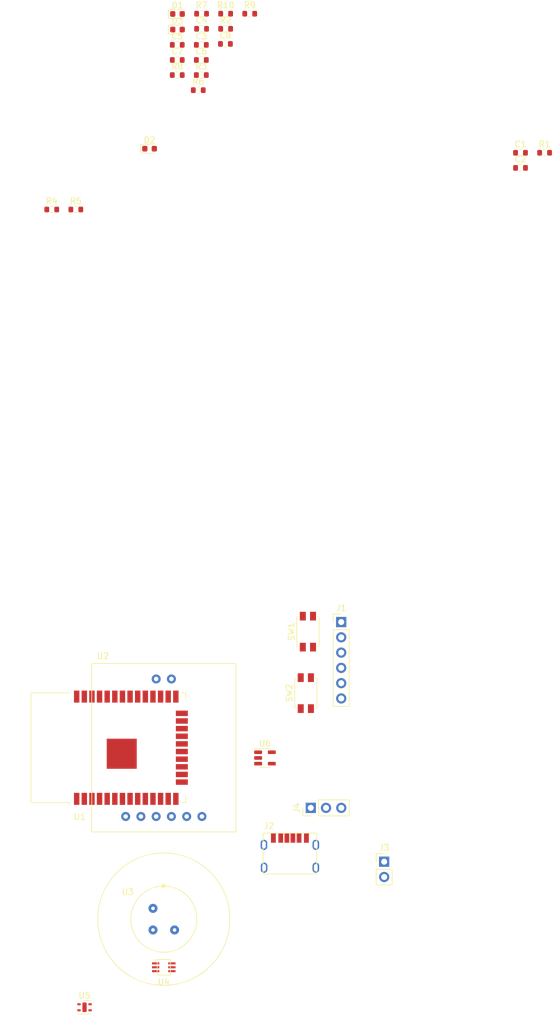
<source format=kicad_pcb>
(kicad_pcb (version 20211014) (generator pcbnew)
  (layers (0 "F.Cu" signal) (31 "B.Cu" signal) (34 "B.Paste" user) (35 "F.Paste" user) (36 "B.SilkS" user "B.Silkscreen") (37 "F.SilkS" user "F.Silkscreen") (38 "B.Mask" user) (39 "F.Mask" user) (44 "Edge.Cuts" user))
  (net 0 "")
  (net 1 "+3.3V")
  (net 2 "GND")
  (net 3 "Net-(C3-Pad1)")
  (net 4 "Net-(C6-Pad1)")
  (net 5 "+5V")
  (net 6 "Net-(D1-Pad2)")
  (net 7 "Net-(D2-Pad2)")
  (net 8 "Net-(D3-Pad2)")
  (net 10 "Net-(J1-Pad4)")
  (net 11 "Net-(J1-Pad5)")
  (net 13 "MOTION")
  (net 14 "SDA")
  (net 15 "SCL")
  (net 16 "Net-(J2-PadB5)")
  (net 17 "LED_BUILTIN")
  (net 18 "Net-(J2-PadA5)")
  (net 46 "RADAR_TX")
  (net 47 "RADAR_RX")
  (net 49 "PRESENCE")
  (net 55 "Net-(J2-PadA9)")
  (net 57 "Net-(J4-Pad3)")
  (footprint "My Footprints:ODFN-6" (layer "F.Cu") (at 151.5 112)
    (fp_text reference "U4" (at 0 2.45 unlocked) (layer "F.SilkS"))
    (fp_text value "TSL2591")
    (fp_rect (start -1.1 -1.3) (end 1.1 1.3) (layer "F.SilkS") (width 0.12) (fill none))
    (fp_circle (center -1.5 -1.2) (end -1.4 -1.2) (layer "F.SilkS") (width 0.12) (fill solid))
    (pad "1" smd roundrect (at -1.35 -0.65) (size 1.2 0.35) (layers "F.Cu" "F.Paste" "F.Mask") (roundrect_rratio 0) (chamfer_ratio 0.2) (chamfer top_left) (net 15 "SCL"))
    (pad "2" smd rect (at -1.35 0) (size 1.2 0.35) (layers "F.Cu" "F.Paste" "F.Mask"))
    (pad "3" smd rect (at -1.35 0.65) (size 1.2 0.35) (layers "F.Cu" "F.Paste" "F.Mask") (net 2 "GND"))
    (pad "4" smd rect (at 1.35 0.65) (size 1.2 0.35) (layers "F.Cu" "F.Paste" "F.Mask"))
    (pad "5" smd rect (at 1.35 0) (size 1.2 0.35) (layers "F.Cu" "F.Paste" "F.Mask") (net 1 "+3.3V"))
    (pad "6" smd rect (at 1.35 -0.65) (size 1.2 0.35) (layers "F.Cu" "F.Paste" "F.Mask") (net 14 "SDA"))
  )
  (footprint "Resistor_SMD:R_0603_1608Metric" (layer "F.Cu") (at 136.85 -13.97)
    (fp_text reference "R5" (at 0 -1.43) (layer "F.SilkS"))
    (fp_text value "2k2")
    (fp_line (start -0.237258 0.5225) (end 0.237258 0.5225) (layer "F.SilkS") (width 0.12))
    (fp_line (start -0.237258 -0.5225) (end 0.237258 -0.5225) (layer "F.SilkS") (width 0.12))
    (pad "1" smd roundrect (at -0.825 0) (size 0.8 0.95) (layers "F.Cu" "F.Paste" "F.Mask") (net 1 "+3.3V"))
    (pad "2" smd roundrect (at 0.825 0) (size 0.8 0.95) (layers "F.Cu" "F.Paste" "F.Mask") (net 14 "SDA"))
  )
  (footprint "Resistor_SMD:R_0603_1608Metric" (layer "F.Cu") (at 210.9 -20.89)
    (fp_text reference "C2" (at 0 -1.43) (layer "F.SilkS"))
    (fp_text value "1u")
    (fp_line (start -0.237258 0.5225) (end 0.237258 0.5225) (layer "F.SilkS") (width 0.12))
    (fp_line (start -0.237258 -0.5225) (end 0.237258 -0.5225) (layer "F.SilkS") (width 0.12))
    (pad "1" smd roundrect (at -0.825 0) (size 0.8 0.95) (layers "F.Cu" "F.Paste" "F.Mask") (net 1 "+3.3V"))
    (pad "2" smd roundrect (at 0.825 0) (size 0.8 0.95) (layers "F.Cu" "F.Paste" "F.Mask") (net 2 "GND"))
  )
  (footprint "My Footprints:SEN0395" (layer "F.Cu") (at 151.5 75.5)
    (fp_text reference "U2" (at -10.16 -15.24 unlocked) (layer "F.SilkS"))
    (fp_text value "SEN0395")
    (fp_rect (start -12 -14) (end 12 14) (layer "F.SilkS") (width 0.12) (fill none))
    (pad "1" thru_hole circle (at -6.35 11.43) (size 1.5 1.5) (drill 0.75) (layers *.Cu *.Mask) (net 46 "RADAR_TX"))
    (pad "2" thru_hole circle (at -3.81 11.43) (size 1.5 1.5) (drill 0.75) (layers *.Cu *.Mask) (net 47 "RADAR_RX"))
    (pad "3" thru_hole circle (at -1.27 11.43) (size 1.5 1.5) (drill 0.75) (layers *.Cu *.Mask))
    (pad "4" thru_hole circle (at 1.27 11.43) (size 1.5 1.5) (drill 0.75) (layers *.Cu *.Mask) (net 49 "PRESENCE"))
    (pad "5" thru_hole circle (at 3.81 11.43) (size 1.5 1.5) (drill 0.75) (layers *.Cu *.Mask) (net 2 "GND"))
    (pad "6" thru_hole circle (at 6.35 11.43) (size 1.5 1.5) (drill 0.75) (layers *.Cu *.Mask) (net 5 "+5V"))
    (pad "7" thru_hole circle (at 1.27 -11.43) (size 1.5 1.5) (drill 0.75) (layers *.Cu *.Mask))
    (pad "8" thru_hole circle (at -1.27 -11.43) (size 1.5 1.5) (drill 0.75) (layers *.Cu *.Mask))
  )
  (footprint "Connector_PinHeader_2.54mm:PinHeader_1x03_P2.54mm_Vertical" (layer "F.Cu") (at 175.975 85.5 90)
    (fp_text reference "J4" (at 0 -2.33 90) (layer "F.SilkS"))
    (fp_text value "Conn_01x03")
    (fp_line (start -1.33 0) (end -1.33 -1.33) (layer "F.SilkS") (width 0.12))
    (fp_line (start -1.33 1.27) (end 1.33 1.27) (layer "F.SilkS") (width 0.12))
    (fp_line (start -1.33 1.27) (end -1.33 6.41) (layer "F.SilkS") (width 0.12))
    (fp_line (start -1.33 -1.33) (end 0 -1.33) (layer "F.SilkS") (width 0.12))
    (fp_line (start 1.33 1.27) (end 1.33 6.41) (layer "F.SilkS") (width 0.12))
    (fp_line (start -1.33 6.41) (end 1.33 6.41) (layer "F.SilkS") (width 0.12))
    (pad "1" thru_hole rect (at 0 0 90) (size 1.7 1.7) (drill 1) (layers *.Cu *.Mask) (net 55 "Net-(J2-PadA9)"))
    (pad "2" thru_hole oval (at 0 2.54 90) (size 1.7 1.7) (drill 1) (layers *.Cu *.Mask) (net 5 "+5V"))
    (pad "3" thru_hole oval (at 0 5.08 90) (size 1.7 1.7) (drill 1) (layers *.Cu *.Mask) (net 57 "Net-(J4-Pad3)"))
  )
  (footprint "Button_Switch_SMD:SW_SPST_EVQP2" (layer "F.Cu") (at 175.5 56.2 90)
    (fp_text reference "SW1" (at 0 -2.75 90) (layer "F.SilkS"))
    (fp_text value "SW_Push")
    (fp_line (start -2.46 -1.86) (end -2.46 -1.61) (layer "F.SilkS") (width 0.12))
    (fp_line (start -2.46 1.61) (end -2.46 1.86) (layer "F.SilkS") (width 0.12))
    (fp_line (start 2.46 -1.86) (end 2.46 -1.61) (layer "F.SilkS") (width 0.12))
    (fp_line (start 2.46 -1.86) (end -2.46 -1.86) (layer "F.SilkS") (width 0.12))
    (fp_line (start -2.46 1.86) (end 2.46 1.86) (layer "F.SilkS") (width 0.12))
    (fp_line (start 2.46 1.61) (end 2.46 1.86) (layer "F.SilkS") (width 0.12))
    (pad "1" smd rect (at -2.575 -0.85 90) (size 1.45 1) (layers "F.Cu" "F.Paste" "F.Mask") (net 3 "Net-(C3-Pad1)"))
    (pad "1" smd rect (at 2.575 -0.85 90) (size 1.45 1) (layers "F.Cu" "F.Paste" "F.Mask") (net 3 "Net-(C3-Pad1)"))
    (pad "2" smd rect (at 2.575 0.85 90) (size 1.45 1) (layers "F.Cu" "F.Paste" "F.Mask") (net 2 "GND"))
    (pad "2" smd rect (at -2.575 0.85 90) (size 1.45 1) (layers "F.Cu" "F.Paste" "F.Mask") (net 2 "GND"))
  )
  (footprint "Resistor_SMD:R_0603_1608Metric" (layer "F.Cu") (at 161.8 -44.01)
    (fp_text reference "R2" (at 0 -1.43) (layer "F.SilkS"))
    (fp_text value "10k")
    (fp_line (start -0.237258 0.5225) (end 0.237258 0.5225) (layer "F.SilkS") (width 0.12))
    (fp_line (start -0.237258 -0.5225) (end 0.237258 -0.5225) (layer "F.SilkS") (width 0.12))
    (pad "1" smd roundrect (at -0.825 0) (size 0.8 0.95) (layers "F.Cu" "F.Paste" "F.Mask") (net 1 "+3.3V"))
    (pad "2" smd roundrect (at 0.825 0) (size 0.8 0.95) (layers "F.Cu" "F.Paste" "F.Mask") (net 6 "Net-(D1-Pad2)"))
  )
  (footprint "Resistor_SMD:R_0603_1608Metric" (layer "F.Cu") (at 210.9 -23.4)
    (fp_text reference "C1" (at 0 -1.43) (layer "F.SilkS"))
    (fp_text value "1u")
    (fp_line (start -0.237258 0.5225) (end 0.237258 0.5225) (layer "F.SilkS") (width 0.12))
    (fp_line (start -0.237258 -0.5225) (end 0.237258 -0.5225) (layer "F.SilkS") (width 0.12))
    (pad "1" smd roundrect (at -0.825 0) (size 0.8 0.95) (layers "F.Cu" "F.Paste" "F.Mask") (net 1 "+3.3V"))
    (pad "2" smd roundrect (at 0.825 0) (size 0.8 0.95) (layers "F.Cu" "F.Paste" "F.Mask") (net 2 "GND"))
  )
  (footprint "Resistor_SMD:R_0603_1608Metric" (layer "F.Cu") (at 214.91 -23.4)
    (fp_text reference "R1" (at 0 -1.43) (layer "F.SilkS"))
    (fp_text value "10K")
    (fp_line (start -0.237258 -0.5225) (end 0.237258 -0.5225) (layer "F.SilkS") (width 0.12))
    (fp_line (start -0.237258 0.5225) (end 0.237258 0.5225) (layer "F.SilkS") (width 0.12))
    (pad "1" smd roundrect (at -0.825 0) (size 0.8 0.95) (layers "F.Cu" "F.Paste" "F.Mask") (net 13 "MOTION"))
    (pad "2" smd roundrect (at 0.825 0) (size 0.8 0.95) (layers "F.Cu" "F.Paste" "F.Mask") (net 2 "GND"))
  )
  (footprint "Resistor_SMD:R_0603_1608Metric" (layer "F.Cu") (at 157.75 -38.83)
    (fp_text reference "C6" (at 0 -1.43) (layer "F.SilkS"))
    (fp_text value "1u")
    (fp_line (start -0.237258 0.5225) (end 0.237258 0.5225) (layer "F.SilkS") (width 0.12))
    (fp_line (start -0.237258 -0.5225) (end 0.237258 -0.5225) (layer "F.SilkS") (width 0.12))
    (pad "1" smd roundrect (at -0.825 0) (size 0.8 0.95) (layers "F.Cu" "F.Paste" "F.Mask") (net 4 "Net-(C6-Pad1)"))
    (pad "2" smd roundrect (at 0.825 0) (size 0.8 0.95) (layers "F.Cu" "F.Paste" "F.Mask") (net 2 "GND"))
  )
  (footprint "Resistor_SMD:R_0603_1608Metric" (layer "F.Cu") (at 153.74 -38.83)
    (fp_text reference "C7" (at 0 -1.43) (layer "F.SilkS"))
    (fp_text value "1u")
    (fp_line (start -0.237258 -0.5225) (end 0.237258 -0.5225) (layer "F.SilkS") (width 0.12))
    (fp_line (start -0.237258 0.5225) (end 0.237258 0.5225) (layer "F.SilkS") (width 0.12))
    (pad "1" smd roundrect (at -0.825 0) (size 0.8 0.95) (layers "F.Cu" "F.Paste" "F.Mask") (net 5 "+5V"))
    (pad "2" smd roundrect (at 0.825 0) (size 0.8 0.95) (layers "F.Cu" "F.Paste" "F.Mask") (net 2 "GND"))
  )
  (footprint "Resistor_SMD:R_0603_1608Metric" (layer "F.Cu") (at 157.24 -33.81)
    (fp_text reference "R6" (at 0 -1.43) (layer "F.SilkS"))
    (fp_text value "10k")
    (fp_line (start -0.237258 -0.5225) (end 0.237258 -0.5225) (layer "F.SilkS") (width 0.12))
    (fp_line (start -0.237258 0.5225) (end 0.237258 0.5225) (layer "F.SilkS") (width 0.12))
    (pad "1" smd roundrect (at -0.825 0) (size 0.8 0.95) (layers "F.Cu" "F.Paste" "F.Mask") (net 1 "+3.3V"))
    (pad "2" smd roundrect (at 0.825 0) (size 0.8 0.95) (layers "F.Cu" "F.Paste" "F.Mask") (net 4 "Net-(C6-Pad1)"))
  )
  (footprint "My Footprints:USB_C_Power" (layer "F.Cu") (at 172.5 89.695)
    (fp_text reference "J2" (at -3.5 -1.195 unlocked) (layer "F.SilkS"))
    (fp_text value "USB_C_Receptacle_Power")
    (fp_rect (start -4.47 0) (end 4.47 6.8) (layer "F.SilkS") (width 0.12) (fill none))
    (pad "A5" smd rect (at 0.5 0.8) (size 0.8 1.6) (layers "F.Cu" "F.Paste" "F.Mask") (net 18 "Net-(J2-PadA5)"))
    (pad "A9" smd rect (at 1.52 0.8) (size 0.8 1.6) (layers "F.Cu" "F.Paste" "F.Mask") (net 55 "Net-(J2-PadA9)"))
    (pad "A12" smd rect (at 2.75 0.8) (size 0.8 1.6) (layers "F.Cu" "F.Paste" "F.Mask") (net 2 "GND"))
    (pad "B5" smd rect (at -0.5 0.8) (size 0.8 1.6) (layers "F.Cu" "F.Paste" "F.Mask") (net 16 "Net-(J2-PadB5)"))
    (pad "B9" smd rect (at -1.52 0.8) (size 0.8 1.6) (layers "F.Cu" "F.Paste" "F.Mask") (net 55 "Net-(J2-PadA9)"))
    (pad "B12" smd rect (at -2.75 0.8) (size 0.8 1.6) (layers "F.Cu" "F.Paste" "F.Mask") (net 2 "GND"))
    (pad "SHLD" thru_hole oval (at -4.3 5.75) (size 1.1 1.7) (drill oval 0.6 1.2) (layers *.Cu *.Mask) (net 2 "GND"))
    (pad "SHLD" thru_hole oval (at -4.32 1.95) (size 1.1 1.7) (drill oval 0.6 1.2) (layers *.Cu *.Mask) (net 2 "GND"))
    (pad "SHLD" thru_hole oval (at 4.32 5.75) (size 1.1 1.7) (drill oval 0.6 1.2) (layers *.Cu *.Mask) (net 2 "GND"))
    (pad "SHLD" thru_hole oval (at 4.32 1.95) (size 1.1 1.7) (drill oval 0.6 1.2) (layers *.Cu *.Mask) (net 2 "GND"))
  )
  (footprint "Resistor_SMD:R_0603_1608Metric" (layer "F.Cu") (at 165.81 -46.52)
    (fp_text reference "R9" (at 0 -1.43) (layer "F.SilkS"))
    (fp_text value "10k")
    (fp_line (start -0.237258 0.5225) (end 0.237258 0.5225) (layer "F.SilkS") (width 0.12))
    (fp_line (start -0.237258 -0.5225) (end 0.237258 -0.5225) (layer "F.SilkS") (width 0.12))
    (pad "1" smd roundrect (at -0.825 0) (size 0.8 0.95) (layers "F.Cu" "F.Paste" "F.Mask") (net 17 "LED_BUILTIN"))
    (pad "2" smd roundrect (at 0.825 0) (size 0.8 0.95) (layers "F.Cu" "F.Paste" "F.Mask") (net 8 "Net-(D3-Pad2)"))
  )
  (footprint "Resistor_SMD:R_0603_1608Metric" (layer "F.Cu") (at 132.84 -13.97)
    (fp_text reference "R4" (at 0 -1.43) (layer "F.SilkS"))
    (fp_text value "10k")
    (fp_line (start -0.237258 -0.5225) (end 0.237258 -0.5225) (layer "F.SilkS") (width 0.12))
    (fp_line (start -0.237258 0.5225) (end 0.237258 0.5225) (layer "F.SilkS") (width 0.12))
    (pad "1" smd roundrect (at -0.825 0) (size 0.8 0.95) (layers "F.Cu" "F.Paste" "F.Mask") (net 1 "+3.3V"))
    (pad "2" smd roundrect (at 0.825 0) (size 0.8 0.95) (layers "F.Cu" "F.Paste" "F.Mask") (net 3 "Net-(C3-Pad1)"))
  )
  (footprint "Connector_PinHeader_2.54mm:PinHeader_1x06_P2.54mm_Vertical" (layer "F.Cu") (at 181.045 54.61)
    (fp_text reference "J1" (at 0 -2.33) (layer "F.SilkS"))
    (fp_text value "Conn_01x06")
    (fp_line (start -1.33 1.27) (end 1.33 1.27) (layer "F.SilkS") (width 0.12))
    (fp_line (start -1.33 -1.33) (end 0 -1.33) (layer "F.SilkS") (width 0.12))
    (fp_line (start -1.33 1.27) (end -1.33 14.03) (layer "F.SilkS") (width 0.12))
    (fp_line (start -1.33 0) (end -1.33 -1.33) (layer "F.SilkS") (width 0.12))
    (fp_line (start -1.33 14.03) (end 1.33 14.03) (layer "F.SilkS") (width 0.12))
    (fp_line (start 1.33 1.27) (end 1.33 14.03) (layer "F.SilkS") (width 0.12))
    (pad "1" thru_hole rect (at 0 0) (size 1.7 1.7) (drill 1) (layers *.Cu *.Mask) (net 2 "GND"))
    (pad "2" thru_hole oval (at 0 2.54) (size 1.7 1.7) (drill 1) (layers *.Cu *.Mask))
    (pad "3" thru_hole oval (at 0 5.08) (size 1.7 1.7) (drill 1) (layers *.Cu *.Mask) (net 5 "+5V"))
    (pad "4" thru_hole oval (at 0 7.62) (size 1.7 1.7) (drill 1) (layers *.Cu *.Mask) (net 10 "Net-(J1-Pad4)"))
    (pad "5" thru_hole oval (at 0 10.16) (size 1.7 1.7) (drill 1) (layers *.Cu *.Mask) (net 11 "Net-(J1-Pad5)"))
    (pad "6" thru_hole oval (at 0 12.7) (size 1.7 1.7) (drill 1) (layers *.Cu *.Mask))
  )
  (footprint "Resistor_SMD:R_0603_1608Metric" (layer "F.Cu") (at 157.75 -41.34)
    (fp_text reference "C3" (at 0 -1.43) (layer "F.SilkS"))
    (fp_text value "1u")
    (fp_line (start -0.237258 -0.5225) (end 0.237258 -0.5225) (layer "F.SilkS") (width 0.12))
    (fp_line (start -0.237258 0.5225) (end 0.237258 0.5225) (layer "F.SilkS") (width 0.12))
    (pad "1" smd roundrect (at -0.825 0) (size 0.8 0.95) (layers "F.Cu" "F.Paste" "F.Mask") (net 3 "Net-(C3-Pad1)"))
    (pad "2" smd roundrect (at 0.825 0) (size 0.8 0.95) (layers "F.Cu" "F.Paste" "F.Mask") (net 2 "GND"))
  )
  (footprint "Package_TO_SOT_SMD:SOT-23-5" (layer "F.Cu") (at 168.35 77.2)
    (fp_text reference "U6" (at 0 -2.4) (layer "F.SilkS"))
    (fp_text value "TLV75533PDBV")
    (fp_line (start 0 -1.56) (end -1.8 -1.56) (layer "F.SilkS") (width 0.12))
    (fp_line (start 0 1.56) (end 0.8 1.56) (layer "F.SilkS") (width 0.12))
    (fp_line (start 0 1.56) (end -0.8 1.56) (layer "F.SilkS") (width 0.12))
    (fp_line (start 0 -1.56) (end 0.8 -1.56) (layer "F.SilkS") (width 0.12))
    (pad "1" smd roundrect (at -1.1375 -0.95) (size 1.325 0.6) (layers "F.Cu" "F.Paste" "F.Mask") (net 5 "+5V"))
    (pad "2" smd roundrect (at -1.1375 0) (size 1.325 0.6) (layers "F.Cu" "F.Paste" "F.Mask") (net 2 "GND"))
    (pad "3" smd roundrect (at -1.1375 0.95) (size 1.325 0.6) (layers "F.Cu" "F.Paste" "F.Mask") (net 5 "+5V"))
    (pad "4" smd roundrect (at 1.1375 0.95) (size 1.325 0.6) (layers "F.Cu" "F.Paste" "F.Mask"))
    (pad "5" smd roundrect (at 1.1375 -0.95) (size 1.325 0.6) (layers "F.Cu" "F.Paste" "F.Mask") (net 1 "+3.3V"))
  )
  (footprint "Resistor_SMD:R_0603_1608Metric" (layer "F.Cu") (at 157.79 -46.52)
    (fp_text reference "R7" (at 0 -1.43) (layer "F.SilkS"))
    (fp_text value "2k2")
    (fp_line (start -0.237258 0.5225) (end 0.237258 0.5225) (layer "F.SilkS") (width 0.12))
    (fp_line (start -0.237258 -0.5225) (end 0.237258 -0.5225) (layer "F.SilkS") (width 0.12))
    (pad "1" smd roundrect (at -0.825 0) (size 0.8 0.95) (layers "F.Cu" "F.Paste" "F.Mask") (net 1 "+3.3V"))
    (pad "2" smd roundrect (at 0.825 0) (size 0.8 0.95) (layers "F.Cu" "F.Paste" "F.Mask") (net 15 "SCL"))
  )
  (footprint "Resistor_SMD:R_0603_1608Metric" (layer "F.Cu") (at 153.74 -36.32)
    (fp_text reference "R8" (at 0 -1.43) (layer "F.SilkS"))
    (fp_text value "5k1")
    (fp_line (start -0.237258 -0.5225) (end 0.237258 -0.5225) (layer "F.SilkS") (width 0.12))
    (fp_line (start -0.237258 0.5225) (end 0.237258 0.5225) (layer "F.SilkS") (width 0.12))
    (pad "1" smd roundrect (at -0.825 0) (size 0.8 0.95) (layers "F.Cu" "F.Paste" "F.Mask") (net 16 "Net-(J2-PadB5)"))
    (pad "2" smd roundrect (at 0.825 0) (size 0.8 0.95) (layers "F.Cu" "F.Paste" "F.Mask") (net 2 "GND"))
  )
  (footprint "My Footprints:EKMxxxxxxxxx" (layer "F.Cu") (at 151.5 104)
    (fp_text reference "U3" (at -6 -4.5 unlocked) (layer "F.SilkS"))
    (fp_text value "EKMC1603113")
    (fp_rect (start -0.2 -5.8) (end 0.2 -5.2) (layer "F.SilkS") (width 0.12) (fill solid))
    (fp_circle (center 0 0) (end 11 0.1) (layer "F.SilkS") (width 0.12) (fill none))
    (fp_circle (center 0 0) (end 5.5 0) (layer "F.SilkS") (width 0.12) (fill none))
    (pad "1" thru_hole circle (at 1.796 1.796) (size 1.5 1.5) (drill 0.6) (layers *.Cu *.Mask) (net 2 "GND"))
    (pad "2" thru_hole circle (at -1.796 1.796) (size 1.5 1.5) (drill 0.6) (layers *.Cu *.Mask) (net 13 "MOTION"))
    (pad "3" thru_hole circle (at -1.796 -1.796) (size 1.5 1.5) (drill 0.6) (layers *.Cu *.Mask) (net 1 "+3.3V"))
  )
  (footprint "Resistor_SMD:R_0603_1608Metric" (layer "F.Cu") (at 153.74 -41.34)
    (fp_text reference "C5" (at 0 -1.43) (layer "F.SilkS"))
    (fp_text value "0u1")
    (fp_line (start -0.237258 -0.5225) (end 0.237258 -0.5225) (layer "F.SilkS") (width 0.12))
    (fp_line (start -0.237258 0.5225) (end 0.237258 0.5225) (layer "F.SilkS") (width 0.12))
    (pad "1" smd roundrect (at -0.825 0) (size 0.8 0.95) (layers "F.Cu" "F.Paste" "F.Mask") (net 1 "+3.3V"))
    (pad "2" smd roundrect (at 0.825 0) (size 0.8 0.95) (layers "F.Cu" "F.Paste" "F.Mask") (net 2 "GND"))
  )
  (footprint "Button_Switch_SMD:SW_SPST_EVQP2" (layer "F.Cu") (at 175.15 66.425 90)
    (fp_text reference "SW2" (at 0 -2.75 90) (layer "F.SilkS"))
    (fp_text value "SW_Push")
    (fp_line (start 2.46 -1.86) (end 2.46 -1.61) (layer "F.SilkS") (width 0.12))
    (fp_line (start 2.46 -1.86) (end -2.46 -1.86) (layer "F.SilkS") (width 0.12))
    (fp_line (start -2.46 1.61) (end -2.46 1.86) (layer "F.SilkS") (width 0.12))
    (fp_line (start -2.46 -1.86) (end -2.46 -1.61) (layer "F.SilkS") (width 0.12))
    (fp_line (start 2.46 1.61) (end 2.46 1.86) (layer "F.SilkS") (width 0.12))
    (fp_line (start -2.46 1.86) (end 2.46 1.86) (layer "F.SilkS") (width 0.12))
    (pad "1" smd rect (at 2.575 -0.85 90) (size 1.45 1) (layers "F.Cu" "F.Paste" "F.Mask") (net 4 "Net-(C6-Pad1)"))
    (pad "1" smd rect (at -2.575 -0.85 90) (size 1.45 1) (layers "F.Cu" "F.Paste" "F.Mask") (net 4 "Net-(C6-Pad1)"))
    (pad "2" smd rect (at 2.575 0.85 90) (size 1.45 1) (layers "F.Cu" "F.Paste" "F.Mask") (net 2 "GND"))
    (pad "2" smd rect (at -2.575 0.85 90) (size 1.45 1) (layers "F.Cu" "F.Paste" "F.Mask") (net 2 "GND"))
  )
  (footprint "RF_Module:ESP32-WROOM-32" (layer "F.Cu") (at 145.25 75.5 90)
    (fp_text reference "U1" (at -11.5 -7.75) (layer "F.SilkS"))
    (fp_text value "ESP32-WROOM-32")
    (fp_line (start -9.12 -15.865) (end 9.12 -15.865) (layer "F.SilkS") (width 0.12))
    (fp_line (start 9.12 9.88) (end 8.12 9.88) (layer "F.SilkS") (width 0.12))
    (fp_line (start -9.12 9.1) (end -9.12 9.88) (layer "F.SilkS") (width 0.12))
    (fp_line (start -9.12 9.88) (end -8.12 9.88) (layer "F.SilkS") (width 0.12))
    (fp_line (start -9.12 -9.445) (end -9.5 -9.445) (layer "F.SilkS") (width 0.12))
    (fp_line (start -9.12 -15.865) (end -9.12 -9.445) (layer "F.SilkS") (width 0.12))
    (fp_line (start 9.12 -15.865) (end 9.12 -9.445) (layer "F.SilkS") (width 0.12))
    (fp_line (start 9.12 9.1) (end 9.12 9.88) (layer "F.SilkS") (width 0.12))
    (pad "1" smd rect (at -8.5 -8.255 90) (size 2 0.9) (layers "F.Cu" "F.Paste" "F.Mask") (net 2 "GND"))
    (pad "2" smd rect (at -8.5 -6.985 90) (size 2 0.9) (layers "F.Cu" "F.Paste" "F.Mask") (net 1 "+3.3V"))
    (pad "3" smd rect (at -8.5 -5.715 90) (size 2 0.9) (layers "F.Cu" "F.Paste" "F.Mask") (net 3 "Net-(C3-Pad1)"))
    (pad "4" smd rect (at -8.5 -4.445 90) (size 2 0.9) (layers "F.Cu" "F.Paste" "F.Mask"))
    (pad "5" smd rect (at -8.5 -3.175 90) (size 2 0.9) (layers "F.Cu" "F.Paste" "F.Mask"))
    (pad "6" smd rect (at -8.5 -1.905 90) (size 2 0.9) (layers "F.Cu" "F.Paste" "F.Mask"))
    (pad "7" smd rect (at -8.5 -0.635 90) (size 2 0.9) (layers "F.Cu" "F.Paste" "F.Mask"))
    (pad "8" smd rect (at -8.5 0.635 90) (size 2 0.9) (layers "F.Cu" "F.Paste" "F.Mask"))
    (pad "9" smd rect (at -8.5 1.905 90) (size 2 0.9) (layers "F.Cu" "F.Paste" "F.Mask"))
    (pad "10" smd rect (at -8.5 3.175 90) (size 2 0.9) (layers "F.Cu" "F.Paste" "F.Mask"))
    (pad "11" smd rect (at -8.5 4.445 90) (size 2 0.9) (layers "F.Cu" "F.Paste" "F.Mask"))
    (pad "12" smd rect (at -8.5 5.715 90) (size 2 0.9) (layers "F.Cu" "F.Paste" "F.Mask"))
    (pad "13" smd rect (at -8.5 6.985 90) (size 2 0.9) (layers "F.Cu" "F.Paste" "F.Mask"))
    (pad "14" smd rect (at -8.5 8.255 90) (size 2 0.9) (layers "F.Cu" "F.Paste" "F.Mask"))
    (pad "15" smd rect (at -5.715 9.255 180) (size 2 0.9) (layers "F.Cu" "F.Paste" "F.Mask") (net 2 "GND"))
    (pad "16" smd rect (at -4.445 9.255 180) (size 2 0.9) (layers "F.Cu" "F.Paste" "F.Mask"))
    (pad "17" smd rect (at -3.175 9.255 180) (size 2 0.9) (layers "F.Cu" "F.Paste" "F.Mask"))
    (pad "18" smd rect (at -1.905 9.255 180) (size 2 0.9) (layers "F.Cu" "F.Paste" "F.Mask"))
    (pad "19" smd rect (at -0.635 9.255 180) (size 2 0.9) (layers "F.Cu" "F.Paste" "F.Mask"))
    (pad "20" smd rect (at 0.635 9.255 180) (size 2 0.9) (layers "F.Cu" "F.Paste" "F.Mask"))
    (pad "21" smd rect (at 1.905 9.255 180) (size 2 0.9) (layers "F.Cu" "F.Paste" "F.Mask"))
    (pad "22" smd rect (at 3.175 9.255 180) (size 2 0.9) (layers "F.Cu" "F.Paste" "F.Mask"))
    (pad "23" smd rect (at 4.445 9.255 180) (size 2 0.9) (layers "F.Cu" "F.Paste" "F.Mask"))
    (pad "24" smd rect (at 5.715 9.255 180) (size 2 0.9) (layers "F.Cu" "F.Paste" "F.Mask") (net 17 "LED_BUILTIN"))
    (pad "25" smd rect (at 8.5 8.255 90) (size 2 0.9) (layers "F.Cu" "F.Paste" "F.Mask") (net 4 "Net-(C6-Pad1)"))
    (pad "26" smd rect (at 8.5 6.985 90) (size 2 0.9) (layers "F.Cu" "F.Paste" "F.Mask"))
    (pad "27" smd rect (at 8.5 5.715 90) (size 2 0.9) (layers "F.Cu" "F.Paste" "F.Mask"))
    (pad "28" smd rect (at 8.5 4.445 90) (size 2 0.9) (layers "F.Cu" "F.Paste" "F.Mask"))
    (pad "29" smd rect (at 8.5 3.175 90) (size 2 0.9) (layers "F.Cu" "F.Paste" "F.Mask"))
    (pad "30" smd rect (at 8.5 1.905 90) (size 2 0.9) (layers "F.Cu" "F.Paste" "F.Mask"))
    (pad "31" smd rect (at 8.5 0.635 90) (size 2 0.9) (layers "F.Cu" "F.Paste" "F.Mask"))
    (pad "32" smd rect (at 8.5 -0.635 90) (size 2 0.9) (layers "F.Cu" "F.Paste" "F.Mask"))
    (pad "33" smd rect (at 8.5 -1.905 90) (size 2 0.9) (layers "F.Cu" "F.Paste" "F.Mask") (net 14 "SDA"))
    (pad "34" smd rect (at 8.5 -3.175 90) (size 2 0.9) (layers "F.Cu" "F.Paste" "F.Mask") (net 10 "Net-(J1-Pad4)"))
    (pad "35" smd rect (at 8.5 -4.445 90) (size 2 0.9) (layers "F.Cu" "F.Paste" "F.Mask") (net 11 "Net-(J1-Pad5)"))
    (pad "36" smd rect (at 8.5 -5.715 90) (size 2 0.9) (layers "F.Cu" "F.Paste" "F.Mask") (net 15 "SCL"))
    (pad "37" smd rect (at 8.5 -6.985 90) (size 2 0.9) (layers "F.Cu" "F.Paste" "F.Mask"))
    (pad "38" smd rect (at 8.5 -8.255 90) (size 2 0.9) (layers "F.Cu" "F.Paste" "F.Mask") (net 2 "GND"))
    (pad "39" smd rect (at -1 -0.755 90) (size 5 5) (layers "F.Cu" "F.Paste" "F.Mask") (net 2 "GND"))
  )
  (footprint "Diode_SMD:D_0603_1608Metric" (layer "F.Cu") (at 153.78 -43.89)
    (fp_text reference "D3" (at 0 -1.43) (layer "F.SilkS"))
    (fp_text value "LED")
    (fp_line (start -1.485 0.735) (end 0.8 0.735) (layer "F.SilkS") (width 0.12))
    (fp_line (start 0.8 -0.735) (end -1.485 -0.735) (layer "F.SilkS") (width 0.12))
    (fp_line (start -1.485 -0.735) (end -1.485 0.735) (layer "F.SilkS") (width 0.12))
    (pad "1" smd roundrect (at -0.7875 0) (size 0.875 0.95) (layers "F.Cu" "F.Paste" "F.Mask") (net 2 "GND"))
    (pad "2" smd roundrect (at 0.7875 0) (size 0.875 0.95) (layers "F.Cu" "F.Paste" "F.Mask") (net 8 "Net-(D3-Pad2)"))
  )
  (footprint "Resistor_SMD:R_0603_1608Metric" (layer "F.Cu") (at 161.76 -41.5)
    (fp_text reference "C8" (at 0 -1.43) (layer "F.SilkS"))
    (fp_text value "1u")
    (fp_line (start -0.237258 0.5225) (end 0.237258 0.5225) (layer "F.SilkS") (width 0.12))
    (fp_line (start -0.237258 -0.5225) (end 0.237258 -0.5225) (layer "F.SilkS") (width 0.12))
    (pad "1" smd roundrect (at -0.825 0) (size 0.8 0.95) (layers "F.Cu" "F.Paste" "F.Mask") (net 1 "+3.3V"))
    (pad "2" smd roundrect (at 0.825 0) (size 0.8 0.95) (layers "F.Cu" "F.Paste" "F.Mask") (net 2 "GND"))
  )
  (footprint "Diode_SMD:D_0603_1608Metric" (layer "F.Cu") (at 153.78 -46.48)
    (fp_text reference "D1" (at 0 -1.43) (layer "F.SilkS"))
    (fp_text value "LED")
    (fp_line (start 0.8 -0.735) (end -1.485 -0.735) (layer "F.SilkS") (width 0.12))
    (fp_line (start -1.485 -0.735) (end -1.485 0.735) (layer "F.SilkS") (width 0.12))
    (fp_line (start -1.485 0.735) (end 0.8 0.735) (layer "F.SilkS") (width 0.12))
    (pad "1" smd roundrect (at -0.7875 0) (size 0.875 0.95) (layers "F.Cu" "F.Paste" "F.Mask") (net 2 "GND"))
    (pad "2" smd roundrect (at 0.7875 0) (size 0.875 0.95) (layers "F.Cu" "F.Paste" "F.Mask") (net 6 "Net-(D1-Pad2)"))
  )
  (footprint "Resistor_SMD:R_0603_1608Metric" (layer "F.Cu") (at 157.75 -36.32)
    (fp_text reference "R3" (at 0 -1.43) (layer "F.SilkS"))
    (fp_text value "10k")
    (fp_line (start -0.237258 -0.5225) (end 0.237258 -0.5225) (layer "F.SilkS") (width 0.12))
    (fp_line (start -0.237258 0.5225) (end 0.237258 0.5225) (layer "F.SilkS") (width 0.12))
    (pad "1" smd roundrect (at -0.825 0) (size 0.8 0.95) (layers "F.Cu" "F.Paste" "F.Mask") (net 5 "+5V"))
    (pad "2" smd roundrect (at 0.825 0) (size 0.8 0.95) (layers "F.Cu" "F.Paste" "F.Mask") (net 7 "Net-(D2-Pad2)"))
  )
  (footprint "Sensor_Humidity:Sensirion_DFN-4-1EP_2x2mm_P1mm_EP0.7x1.6mm" (layer "F.Cu") (at 138.3 118.65)
    (fp_text reference "U5" (at 0 -1.95) (layer "F.SilkS"))
    (fp_text value "SHTC3")
    (fp_line (start 0 -1.11) (end 1 -1.11) (layer "F.SilkS") (width 0.12))
    (fp_line (start -1 1.11) (end 1 1.11) (layer "F.SilkS") (width 0.12))
    (pad "1" smd roundrect (at -0.925 -0.5) (size 0.55 0.35) (layers "F.Cu" "F.Mask") (net 1 "+3.3V"))
    (pad "2" smd roundrect (at -0.925 0.5) (size 0.55 0.35) (layers "F.Cu" "F.Mask") (net 15 "SCL"))
    (pad "3" smd roundrect (at 0.925 0.5) (size 0.55 0.35) (layers "F.Cu" "F.Mask") (net 14 "SDA"))
    (pad "4" smd roundrect (at 0.925 -0.5) (size 0.55 0.35) (layers "F.Cu" "F.Mask") (net 2 "GND"))
    (pad "5" smd roundrect (at 0 0) (size 0.7 1.6) (layers "F.Cu" "F.Mask"))
  )
  (footprint "Resistor_SMD:R_0603_1608Metric" (layer "F.Cu") (at 161.8 -46.52)
    (fp_text reference "R10" (at 0 -1.43) (layer "F.SilkS"))
    (fp_text value "5k1")
    (fp_line (start -0.237258 -0.5225) (end 0.237258 -0.5225) (layer "F.SilkS") (width 0.12))
    (fp_line (start -0.237258 0.5225) (end 0.237258 0.5225) (layer "F.SilkS") (width 0.12))
    (pad "1" smd roundrect (at -0.825 0) (size 0.8 0.95) (layers "F.Cu" "F.Paste" "F.Mask") (net 18 "Net-(J2-PadA5)"))
    (pad "2" smd roundrect (at 0.825 0) (size 0.8 0.95) (layers "F.Cu" "F.Paste" "F.Mask") (net 2 "GND"))
  )
  (footprint "Diode_SMD:D_0603_1608Metric" (layer "F.Cu") (at 149.13 -24.08)
    (fp_text reference "D2" (at 0 -1.43) (layer "F.SilkS"))
    (fp_text value "LED")
    (fp_line (start -1.485 0.735) (end 0.8 0.735) (layer "F.SilkS") (width 0.12))
    (fp_line (start -1.485 -0.735) (end -1.485 0.735) (layer "F.SilkS") (width 0.12))
    (fp_line (start 0.8 -0.735) (end -1.485 -0.735) (layer "F.SilkS") (width 0.12))
    (pad "1" smd roundrect (at -0.7875 0) (size 0.875 0.95) (layers "F.Cu" "F.Paste" "F.Mask") (net 2 "GND"))
    (pad "2" smd roundrect (at 0.7875 0) (size 0.875 0.95) (layers "F.Cu" "F.Paste" "F.Mask") (net 7 "Net-(D2-Pad2)"))
  )
  (footprint "Resistor_SMD:R_0603_1608Metric" (layer "F.Cu") (at 157.79 -44.01)
    (fp_text reference "C4" (at 0 -1.43) (layer "F.SilkS"))
    (fp_text value "10u")
    (fp_line (start -0.237258 -0.5225) (end 0.237258 -0.5225) (layer "F.SilkS") (width 0.12))
    (fp_line (start -0.237258 0.5225) (end 0.237258 0.5225) (layer "F.SilkS") (width 0.12))
    (pad "1" smd roundrect (at -0.825 0) (size 0.8 0.95) (layers "F.Cu" "F.Paste" "F.Mask") (net 1 "+3.3V"))
    (pad "2" smd roundrect (at 0.825 0) (size 0.8 0.95) (layers "F.Cu" "F.Paste" "F.Mask") (net 2 "GND"))
  )
  (footprint "Connector_PinHeader_2.54mm:PinHeader_1x02_P2.54mm_Vertical" (layer "F.Cu") (at 188.2 94.45)
    (fp_text reference "J3" (at 0 -2.33) (layer "F.SilkS"))
    (fp_text value "Conn_01x02")
    (fp_line (start -1.33 1.27) (end 1.33 1.27) (layer "F.SilkS") (width 0.12))
    (fp_line (start -1.33 1.27) (end -1.33 3.87) (layer "F.SilkS") (width 0.12))
    (fp_line (start -1.33 0) (end -1.33 -1.33) (layer "F.SilkS") (width 0.12))
    (fp_line (start -1.33 -1.33) (end 0 -1.33) (layer "F.SilkS") (width 0.12))
    (fp_line (start -1.33 3.87) (end 1.33 3.87) (layer "F.SilkS") (width 0.12))
    (fp_line (start 1.33 1.27) (end 1.33 3.87) (layer "F.SilkS") (width 0.12))
    (pad "1" thru_hole rect (at 0 0) (size 1.7 1.7) (drill 1) (layers *.Cu *.Mask) (net 2 "GND"))
    (pad "2" thru_hole oval (at 0 2.54) (size 1.7 1.7) (drill 1) (layers *.Cu *.Mask) (net 57 "Net-(J4-Pad3)"))
  )
)
</source>
